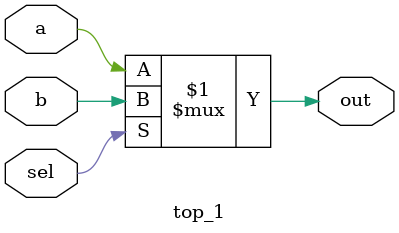
<source format=sv>
module top_1( 
    input a, b, sel,
    output out ); 
	
    assign out  = sel?b:a;
endmodule
</source>
